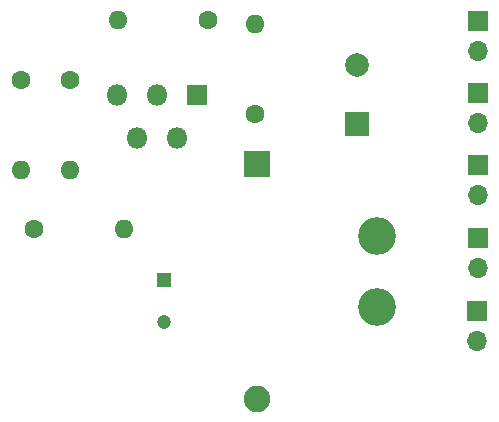
<source format=gbr>
%TF.GenerationSoftware,KiCad,Pcbnew,8.0.8*%
%TF.CreationDate,2025-04-08T16:04:28-04:00*%
%TF.ProjectId,Power System,506f7765-7220-4537-9973-74656d2e6b69,rev?*%
%TF.SameCoordinates,Original*%
%TF.FileFunction,Copper,L1,Top*%
%TF.FilePolarity,Positive*%
%FSLAX46Y46*%
G04 Gerber Fmt 4.6, Leading zero omitted, Abs format (unit mm)*
G04 Created by KiCad (PCBNEW 8.0.8) date 2025-04-08 16:04:28*
%MOMM*%
%LPD*%
G01*
G04 APERTURE LIST*
%TA.AperFunction,ComponentPad*%
%ADD10R,1.200000X1.200000*%
%TD*%
%TA.AperFunction,ComponentPad*%
%ADD11C,1.200000*%
%TD*%
%TA.AperFunction,ComponentPad*%
%ADD12C,1.600000*%
%TD*%
%TA.AperFunction,ComponentPad*%
%ADD13O,1.600000X1.600000*%
%TD*%
%TA.AperFunction,ComponentPad*%
%ADD14C,3.200000*%
%TD*%
%TA.AperFunction,ComponentPad*%
%ADD15R,1.700000X1.700000*%
%TD*%
%TA.AperFunction,ComponentPad*%
%ADD16O,1.700000X1.700000*%
%TD*%
%TA.AperFunction,ComponentPad*%
%ADD17R,2.250000X2.250000*%
%TD*%
%TA.AperFunction,ComponentPad*%
%ADD18C,2.250000*%
%TD*%
%TA.AperFunction,ComponentPad*%
%ADD19R,1.800000X1.800000*%
%TD*%
%TA.AperFunction,ComponentPad*%
%ADD20O,1.800000X1.800000*%
%TD*%
%TA.AperFunction,ComponentPad*%
%ADD21R,2.000000X2.000000*%
%TD*%
%TA.AperFunction,ComponentPad*%
%ADD22C,2.000000*%
%TD*%
G04 APERTURE END LIST*
D10*
%TO.P,C2,1*%
%TO.N,Net-(J2-Pin_1)*%
X175900000Y-46187500D03*
D11*
%TO.P,C2,2*%
%TO.N,GNDREF*%
X175900000Y-49687500D03*
%TD*%
D12*
%TO.P,R3,1*%
%TO.N,GNDREF*%
X167950000Y-29250000D03*
D13*
%TO.P,R3,2*%
%TO.N,Net-(U1-FB)*%
X167950000Y-36870000D03*
%TD*%
D12*
%TO.P,R2,1*%
%TO.N,Net-(J5-Pin_2)*%
X179610000Y-24100000D03*
D13*
%TO.P,R2,2*%
%TO.N,GNDREF*%
X171990000Y-24100000D03*
%TD*%
D14*
%TO.P,L1,1,1*%
%TO.N,Net-(J2-Pin_1)*%
X193900000Y-48450000D03*
%TO.P,L1,2,2*%
%TO.N,Net-(D1-K)*%
X193900000Y-42450000D03*
%TD*%
D12*
%TO.P,R1,1*%
%TO.N,+6V*%
X183600000Y-32110000D03*
D13*
%TO.P,R1,2*%
%TO.N,Net-(J5-Pin_2)*%
X183600000Y-24490000D03*
%TD*%
D15*
%TO.P,J2,1,Pin_1*%
%TO.N,Net-(J2-Pin_1)*%
X202425000Y-36450000D03*
D16*
%TO.P,J2,2,Pin_2*%
X202425000Y-38990000D03*
%TD*%
D12*
%TO.P,R2-2,1*%
%TO.N,Net-(R2-1-Pad2)*%
X164840000Y-41850000D03*
D13*
%TO.P,R2-2,2*%
%TO.N,Net-(J2-Pin_1)*%
X172460000Y-41850000D03*
%TD*%
D17*
%TO.P,D1,1,K*%
%TO.N,Net-(D1-K)*%
X183750000Y-36300000D03*
D18*
%TO.P,D1,2,A*%
%TO.N,GNDREF*%
X183750000Y-56200000D03*
%TD*%
D15*
%TO.P,J1,1,Pin_1*%
%TO.N,GNDREF*%
X202425000Y-30310000D03*
D16*
%TO.P,J1,2,Pin_2*%
%TO.N,+6V*%
X202425000Y-32850000D03*
%TD*%
D19*
%TO.P,U1,1,VIN*%
%TO.N,+6V*%
X178700000Y-30450000D03*
D20*
%TO.P,U1,2,OUT*%
%TO.N,Net-(D1-K)*%
X177000000Y-34150000D03*
%TO.P,U1,3,GND*%
%TO.N,GNDREF*%
X175300000Y-30450000D03*
%TO.P,U1,4,FB*%
%TO.N,Net-(U1-FB)*%
X173600000Y-34150000D03*
%TO.P,U1,5,~{ON}/OFF*%
%TO.N,Net-(J5-Pin_1)*%
X171900000Y-30450000D03*
%TD*%
D15*
%TO.P,J3,1,Pin_1*%
%TO.N,Net-(J2-Pin_1)*%
X202425000Y-42610000D03*
D16*
%TO.P,J3,2,Pin_2*%
%TO.N,GNDREF*%
X202425000Y-45150000D03*
%TD*%
D12*
%TO.P,R2-1,1*%
%TO.N,Net-(U1-FB)*%
X163800000Y-29240000D03*
D13*
%TO.P,R2-1,2*%
%TO.N,Net-(R2-1-Pad2)*%
X163800000Y-36860000D03*
%TD*%
D15*
%TO.P,J5,1,Pin_1*%
%TO.N,Net-(J5-Pin_1)*%
X202425000Y-24200000D03*
D16*
%TO.P,J5,2,Pin_2*%
%TO.N,Net-(J5-Pin_2)*%
X202425000Y-26740000D03*
%TD*%
D15*
%TO.P,J4,1,Pin_1*%
%TO.N,GNDREF*%
X202400000Y-48750000D03*
D16*
%TO.P,J4,2,Pin_2*%
X202400000Y-51290000D03*
%TD*%
D21*
%TO.P,C1,1*%
%TO.N,+6V*%
X192200000Y-32967677D03*
D22*
%TO.P,C1,2*%
%TO.N,GNDREF*%
X192200000Y-27967677D03*
%TD*%
M02*

</source>
